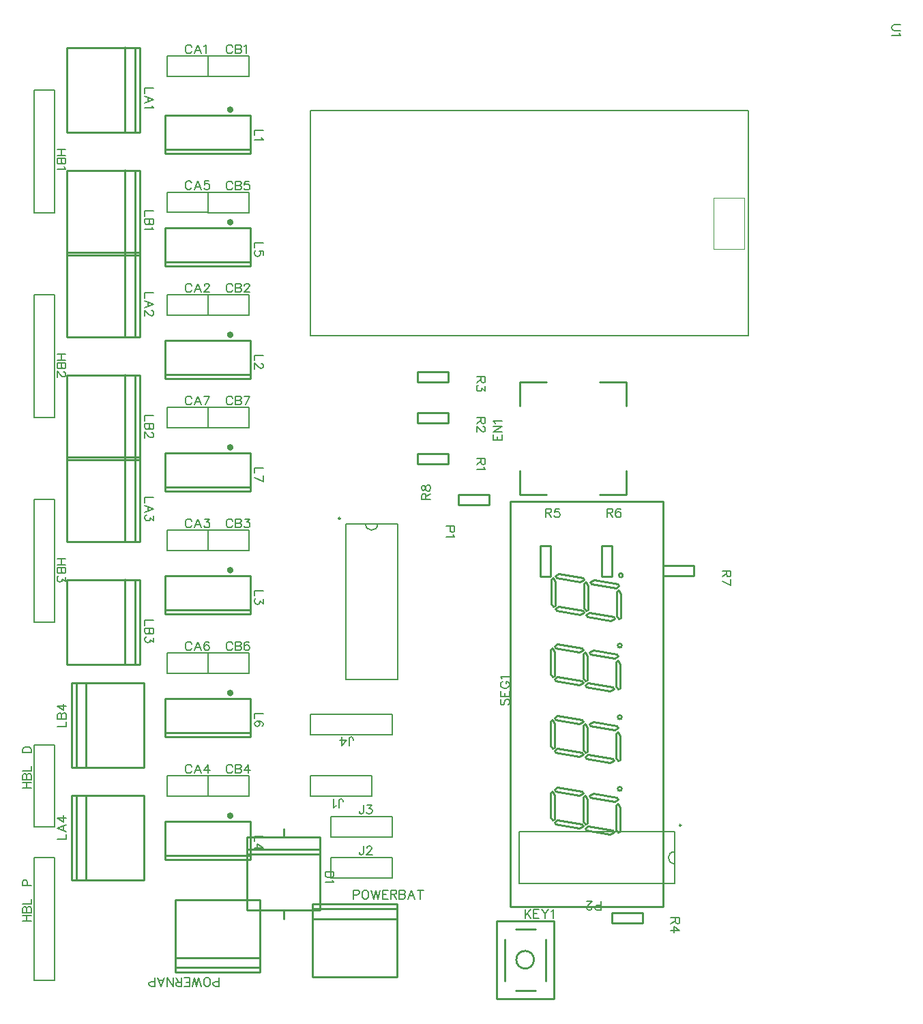
<source format=gto>
G04 Layer: TopSilkscreenLayer*
G04 EasyEDA v6.5.22, 2022-11-10 15:31:46*
G04 b7be4e29126e4417a89479274d17f270,4d866ca34c7e4626bfa8f39187415ab3,10*
G04 Gerber Generator version 0.2*
G04 Scale: 100 percent, Rotated: No, Reflected: No *
G04 Dimensions in millimeters *
G04 leading zeros omitted , absolute positions ,4 integer and 5 decimal *
%FSLAX45Y45*%
%MOMM*%

%ADD10C,0.1524*%
%ADD11C,0.2540*%
%ADD12C,0.1500*%
%ADD13C,0.2032*%
%ADD14C,0.2030*%
%ADD15C,0.1270*%
%ADD16C,0.1199*%
%ADD17C,0.4000*%
%ADD18C,0.0112*%

%LPD*%
D10*
X-1357899Y-5257754D02*
G01*
X-1466865Y-5257754D01*
X-1357899Y-5257754D02*
G01*
X-1357899Y-5294076D01*
X-1362979Y-5309824D01*
X-1373393Y-5319984D01*
X-1383807Y-5325318D01*
X-1399301Y-5330398D01*
X-1425463Y-5330398D01*
X-1440957Y-5325318D01*
X-1451371Y-5319984D01*
X-1461785Y-5309824D01*
X-1466865Y-5294076D01*
X-1466865Y-5257754D01*
X-1378727Y-5364688D02*
G01*
X-1373393Y-5375102D01*
X-1357899Y-5390850D01*
X-1466865Y-5390850D01*
X1955708Y-5732277D02*
G01*
X1955708Y-5623311D01*
X1955708Y-5732277D02*
G01*
X1908972Y-5732277D01*
X1893478Y-5727197D01*
X1888144Y-5721863D01*
X1883064Y-5711449D01*
X1883064Y-5695955D01*
X1888144Y-5685541D01*
X1893478Y-5680461D01*
X1908972Y-5675127D01*
X1955708Y-5675127D01*
X1843440Y-5706369D02*
G01*
X1843440Y-5711449D01*
X1838360Y-5721863D01*
X1833026Y-5727197D01*
X1822866Y-5732277D01*
X1802038Y-5732277D01*
X1791624Y-5727197D01*
X1786290Y-5721863D01*
X1781210Y-5711449D01*
X1781210Y-5701035D01*
X1786290Y-5690621D01*
X1796704Y-5675127D01*
X1848774Y-5623311D01*
X1775876Y-5623311D01*
X621276Y98041D02*
G01*
X730242Y98041D01*
X621276Y98041D02*
G01*
X621276Y165605D01*
X673092Y98041D02*
G01*
X673092Y139697D01*
X730242Y98041D02*
G01*
X730242Y165605D01*
X621276Y199895D02*
G01*
X730242Y199895D01*
X621276Y199895D02*
G01*
X730242Y272539D01*
X621276Y272539D02*
G01*
X730242Y272539D01*
X642104Y306829D02*
G01*
X636770Y317243D01*
X621276Y332991D01*
X730242Y332991D01*
X-267721Y-638558D02*
G01*
X-158755Y-638558D01*
X-267721Y-638558D02*
G01*
X-267721Y-591822D01*
X-262641Y-576328D01*
X-257307Y-570994D01*
X-246893Y-565914D01*
X-236479Y-565914D01*
X-226065Y-570994D01*
X-220985Y-576328D01*
X-215905Y-591822D01*
X-215905Y-638558D01*
X-215905Y-602236D02*
G01*
X-158755Y-565914D01*
X-267721Y-505462D02*
G01*
X-262641Y-521210D01*
X-252227Y-526290D01*
X-241813Y-526290D01*
X-231399Y-521210D01*
X-226065Y-510796D01*
X-220985Y-489968D01*
X-215905Y-474474D01*
X-205491Y-464060D01*
X-195077Y-458726D01*
X-179329Y-458726D01*
X-168915Y-464060D01*
X-163835Y-469140D01*
X-158755Y-484888D01*
X-158755Y-505462D01*
X-163835Y-521210D01*
X-168915Y-526290D01*
X-179329Y-531624D01*
X-195077Y-531624D01*
X-205491Y-526290D01*
X-215905Y-515876D01*
X-220985Y-500382D01*
X-226065Y-479554D01*
X-231399Y-469140D01*
X-241813Y-464060D01*
X-252227Y-464060D01*
X-262641Y-469140D01*
X-267721Y-484888D01*
X-267721Y-505462D01*
X-3122414Y4978897D02*
G01*
X-3127748Y4989311D01*
X-3138162Y4999725D01*
X-3148322Y5004805D01*
X-3169150Y5004805D01*
X-3179564Y4999725D01*
X-3189978Y4989311D01*
X-3195312Y4978897D01*
X-3200392Y4963149D01*
X-3200392Y4937241D01*
X-3195312Y4921747D01*
X-3189978Y4911333D01*
X-3179564Y4900919D01*
X-3169150Y4895839D01*
X-3148322Y4895839D01*
X-3138162Y4900919D01*
X-3127748Y4911333D01*
X-3122414Y4921747D01*
X-3046722Y5004805D02*
G01*
X-3088124Y4895839D01*
X-3046722Y5004805D02*
G01*
X-3005066Y4895839D01*
X-3072630Y4932161D02*
G01*
X-3020560Y4932161D01*
X-2970776Y4983977D02*
G01*
X-2960362Y4989311D01*
X-2944868Y5004805D01*
X-2944868Y4895839D01*
X-3122421Y2016244D02*
G01*
X-3127755Y2026658D01*
X-3138170Y2037072D01*
X-3148329Y2042152D01*
X-3169157Y2042152D01*
X-3179571Y2037072D01*
X-3189986Y2026658D01*
X-3195320Y2016244D01*
X-3200400Y2000496D01*
X-3200400Y1974588D01*
X-3195320Y1959094D01*
X-3189986Y1948680D01*
X-3179571Y1938266D01*
X-3169157Y1933186D01*
X-3148329Y1933186D01*
X-3138170Y1938266D01*
X-3127755Y1948680D01*
X-3122421Y1959094D01*
X-3046729Y2042152D02*
G01*
X-3088131Y1933186D01*
X-3046729Y2042152D02*
G01*
X-3005073Y1933186D01*
X-3072637Y1969508D02*
G01*
X-3020568Y1969508D01*
X-2965450Y2016244D02*
G01*
X-2965450Y2021324D01*
X-2960370Y2031738D01*
X-2955289Y2037072D01*
X-2944876Y2042152D01*
X-2924047Y2042152D01*
X-2913634Y2037072D01*
X-2908300Y2031738D01*
X-2903220Y2021324D01*
X-2903220Y2010910D01*
X-2908300Y2000496D01*
X-2918713Y1985002D01*
X-2970784Y1933186D01*
X-2898139Y1933186D01*
X-3122421Y-904747D02*
G01*
X-3127755Y-894334D01*
X-3138170Y-883920D01*
X-3148329Y-878839D01*
X-3169157Y-878839D01*
X-3179571Y-883920D01*
X-3189986Y-894334D01*
X-3195320Y-904747D01*
X-3200400Y-920495D01*
X-3200400Y-946404D01*
X-3195320Y-961897D01*
X-3189986Y-972312D01*
X-3179571Y-982726D01*
X-3169157Y-987805D01*
X-3148329Y-987805D01*
X-3138170Y-982726D01*
X-3127755Y-972312D01*
X-3122421Y-961897D01*
X-3046729Y-878839D02*
G01*
X-3088131Y-987805D01*
X-3046729Y-878839D02*
G01*
X-3005073Y-987805D01*
X-3072637Y-951484D02*
G01*
X-3020568Y-951484D01*
X-2960370Y-878839D02*
G01*
X-2903220Y-878839D01*
X-2934462Y-920495D01*
X-2918713Y-920495D01*
X-2908300Y-925576D01*
X-2903220Y-930655D01*
X-2898139Y-946404D01*
X-2898139Y-956818D01*
X-2903220Y-972312D01*
X-2913634Y-982726D01*
X-2929128Y-987805D01*
X-2944876Y-987805D01*
X-2960370Y-982726D01*
X-2965450Y-977645D01*
X-2970784Y-967231D01*
X-3122421Y-3952742D02*
G01*
X-3127755Y-3942328D01*
X-3138170Y-3931914D01*
X-3148329Y-3926834D01*
X-3169157Y-3926834D01*
X-3179571Y-3931914D01*
X-3189986Y-3942328D01*
X-3195320Y-3952742D01*
X-3200400Y-3968490D01*
X-3200400Y-3994398D01*
X-3195320Y-4009892D01*
X-3189986Y-4020306D01*
X-3179571Y-4030720D01*
X-3169157Y-4035800D01*
X-3148329Y-4035800D01*
X-3138170Y-4030720D01*
X-3127755Y-4020306D01*
X-3122421Y-4009892D01*
X-3046729Y-3926834D02*
G01*
X-3088131Y-4035800D01*
X-3046729Y-3926834D02*
G01*
X-3005073Y-4035800D01*
X-3072637Y-3999478D02*
G01*
X-3020568Y-3999478D01*
X-2918713Y-3926834D02*
G01*
X-2970784Y-3999478D01*
X-2892805Y-3999478D01*
X-2918713Y-3926834D02*
G01*
X-2918713Y-4035800D01*
X-3122414Y3289802D02*
G01*
X-3127748Y3300216D01*
X-3138162Y3310630D01*
X-3148322Y3315710D01*
X-3169150Y3315710D01*
X-3179564Y3310630D01*
X-3189978Y3300216D01*
X-3195312Y3289802D01*
X-3200392Y3274054D01*
X-3200392Y3248146D01*
X-3195312Y3232652D01*
X-3189978Y3222238D01*
X-3179564Y3211824D01*
X-3169150Y3206744D01*
X-3148322Y3206744D01*
X-3138162Y3211824D01*
X-3127748Y3222238D01*
X-3122414Y3232652D01*
X-3046722Y3315710D02*
G01*
X-3088124Y3206744D01*
X-3046722Y3315710D02*
G01*
X-3005066Y3206744D01*
X-3072630Y3243066D02*
G01*
X-3020560Y3243066D01*
X-2908292Y3315710D02*
G01*
X-2960362Y3315710D01*
X-2965442Y3268974D01*
X-2960362Y3274054D01*
X-2944868Y3279388D01*
X-2929120Y3279388D01*
X-2913626Y3274054D01*
X-2903212Y3263894D01*
X-2898132Y3248146D01*
X-2898132Y3237732D01*
X-2903212Y3222238D01*
X-2913626Y3211824D01*
X-2929120Y3206744D01*
X-2944868Y3206744D01*
X-2960362Y3211824D01*
X-2965442Y3216904D01*
X-2970776Y3227318D01*
X-3122421Y-2428745D02*
G01*
X-3127755Y-2418331D01*
X-3138170Y-2407917D01*
X-3148329Y-2402837D01*
X-3169157Y-2402837D01*
X-3179571Y-2407917D01*
X-3189986Y-2418331D01*
X-3195320Y-2428745D01*
X-3200400Y-2444493D01*
X-3200400Y-2470401D01*
X-3195320Y-2485895D01*
X-3189986Y-2496309D01*
X-3179571Y-2506723D01*
X-3169157Y-2511803D01*
X-3148329Y-2511803D01*
X-3138170Y-2506723D01*
X-3127755Y-2496309D01*
X-3122421Y-2485895D01*
X-3046729Y-2402837D02*
G01*
X-3088131Y-2511803D01*
X-3046729Y-2402837D02*
G01*
X-3005073Y-2511803D01*
X-3072637Y-2475481D02*
G01*
X-3020568Y-2475481D01*
X-2908300Y-2418331D02*
G01*
X-2913634Y-2407917D01*
X-2929128Y-2402837D01*
X-2939542Y-2402837D01*
X-2955289Y-2407917D01*
X-2965450Y-2423665D01*
X-2970784Y-2449573D01*
X-2970784Y-2475481D01*
X-2965450Y-2496309D01*
X-2955289Y-2506723D01*
X-2939542Y-2511803D01*
X-2934462Y-2511803D01*
X-2918713Y-2506723D01*
X-2908300Y-2496309D01*
X-2903220Y-2480815D01*
X-2903220Y-2475481D01*
X-2908300Y-2459987D01*
X-2918713Y-2449573D01*
X-2934462Y-2444493D01*
X-2939542Y-2444493D01*
X-2955289Y-2449573D01*
X-2965450Y-2459987D01*
X-2970784Y-2475481D01*
X-3122416Y619254D02*
G01*
X-3127750Y629668D01*
X-3138164Y640082D01*
X-3148324Y645162D01*
X-3169152Y645162D01*
X-3179566Y640082D01*
X-3189980Y629668D01*
X-3195314Y619254D01*
X-3200394Y603506D01*
X-3200394Y577598D01*
X-3195314Y562104D01*
X-3189980Y551690D01*
X-3179566Y541276D01*
X-3169152Y536196D01*
X-3148324Y536196D01*
X-3138164Y541276D01*
X-3127750Y551690D01*
X-3122416Y562104D01*
X-3046724Y645162D02*
G01*
X-3088126Y536196D01*
X-3046724Y645162D02*
G01*
X-3005068Y536196D01*
X-3072632Y572518D02*
G01*
X-3020562Y572518D01*
X-2898134Y645162D02*
G01*
X-2949950Y536196D01*
X-2970778Y645162D02*
G01*
X-2898134Y645162D01*
X-2614416Y4978897D02*
G01*
X-2619750Y4989311D01*
X-2630164Y4999725D01*
X-2640324Y5004805D01*
X-2661152Y5004805D01*
X-2671566Y4999725D01*
X-2681980Y4989311D01*
X-2687314Y4978897D01*
X-2692394Y4963149D01*
X-2692394Y4937241D01*
X-2687314Y4921747D01*
X-2681980Y4911333D01*
X-2671566Y4900919D01*
X-2661152Y4895839D01*
X-2640324Y4895839D01*
X-2630164Y4900919D01*
X-2619750Y4911333D01*
X-2614416Y4921747D01*
X-2580126Y5004805D02*
G01*
X-2580126Y4895839D01*
X-2580126Y5004805D02*
G01*
X-2533390Y5004805D01*
X-2517896Y4999725D01*
X-2512562Y4994391D01*
X-2507482Y4983977D01*
X-2507482Y4973563D01*
X-2512562Y4963149D01*
X-2517896Y4958069D01*
X-2533390Y4952989D01*
X-2580126Y4952989D02*
G01*
X-2533390Y4952989D01*
X-2517896Y4947655D01*
X-2512562Y4942575D01*
X-2507482Y4932161D01*
X-2507482Y4916413D01*
X-2512562Y4905999D01*
X-2517896Y4900919D01*
X-2533390Y4895839D01*
X-2580126Y4895839D01*
X-2473192Y4983977D02*
G01*
X-2462778Y4989311D01*
X-2447284Y5004805D01*
X-2447284Y4895839D01*
X-2614421Y2016244D02*
G01*
X-2619755Y2026658D01*
X-2630170Y2037072D01*
X-2640329Y2042152D01*
X-2661157Y2042152D01*
X-2671571Y2037072D01*
X-2681986Y2026658D01*
X-2687320Y2016244D01*
X-2692400Y2000496D01*
X-2692400Y1974588D01*
X-2687320Y1959094D01*
X-2681986Y1948680D01*
X-2671571Y1938266D01*
X-2661157Y1933186D01*
X-2640329Y1933186D01*
X-2630170Y1938266D01*
X-2619755Y1948680D01*
X-2614421Y1959094D01*
X-2580131Y2042152D02*
G01*
X-2580131Y1933186D01*
X-2580131Y2042152D02*
G01*
X-2533395Y2042152D01*
X-2517902Y2037072D01*
X-2512568Y2031738D01*
X-2507487Y2021324D01*
X-2507487Y2010910D01*
X-2512568Y2000496D01*
X-2517902Y1995416D01*
X-2533395Y1990336D01*
X-2580131Y1990336D02*
G01*
X-2533395Y1990336D01*
X-2517902Y1985002D01*
X-2512568Y1979922D01*
X-2507487Y1969508D01*
X-2507487Y1953760D01*
X-2512568Y1943346D01*
X-2517902Y1938266D01*
X-2533395Y1933186D01*
X-2580131Y1933186D01*
X-2467863Y2016244D02*
G01*
X-2467863Y2021324D01*
X-2462784Y2031738D01*
X-2457450Y2037072D01*
X-2447289Y2042152D01*
X-2426462Y2042152D01*
X-2416047Y2037072D01*
X-2410713Y2031738D01*
X-2405634Y2021324D01*
X-2405634Y2010910D01*
X-2410713Y2000496D01*
X-2421128Y1985002D01*
X-2473197Y1933186D01*
X-2400300Y1933186D01*
X-2614421Y-904747D02*
G01*
X-2619755Y-894334D01*
X-2630170Y-883920D01*
X-2640329Y-878839D01*
X-2661157Y-878839D01*
X-2671571Y-883920D01*
X-2681986Y-894334D01*
X-2687320Y-904747D01*
X-2692400Y-920495D01*
X-2692400Y-946404D01*
X-2687320Y-961897D01*
X-2681986Y-972312D01*
X-2671571Y-982726D01*
X-2661157Y-987805D01*
X-2640329Y-987805D01*
X-2630170Y-982726D01*
X-2619755Y-972312D01*
X-2614421Y-961897D01*
X-2580131Y-878839D02*
G01*
X-2580131Y-987805D01*
X-2580131Y-878839D02*
G01*
X-2533395Y-878839D01*
X-2517902Y-883920D01*
X-2512568Y-889254D01*
X-2507487Y-899668D01*
X-2507487Y-910081D01*
X-2512568Y-920495D01*
X-2517902Y-925576D01*
X-2533395Y-930655D01*
X-2580131Y-930655D02*
G01*
X-2533395Y-930655D01*
X-2517902Y-935989D01*
X-2512568Y-941070D01*
X-2507487Y-951484D01*
X-2507487Y-967231D01*
X-2512568Y-977645D01*
X-2517902Y-982726D01*
X-2533395Y-987805D01*
X-2580131Y-987805D01*
X-2462784Y-878839D02*
G01*
X-2405634Y-878839D01*
X-2436876Y-920495D01*
X-2421128Y-920495D01*
X-2410713Y-925576D01*
X-2405634Y-930655D01*
X-2400300Y-946404D01*
X-2400300Y-956818D01*
X-2405634Y-972312D01*
X-2416047Y-982726D01*
X-2431542Y-987805D01*
X-2447289Y-987805D01*
X-2462784Y-982726D01*
X-2467863Y-977645D01*
X-2473197Y-967231D01*
X-2614421Y-3952742D02*
G01*
X-2619755Y-3942328D01*
X-2630170Y-3931914D01*
X-2640329Y-3926834D01*
X-2661157Y-3926834D01*
X-2671571Y-3931914D01*
X-2681986Y-3942328D01*
X-2687320Y-3952742D01*
X-2692400Y-3968490D01*
X-2692400Y-3994398D01*
X-2687320Y-4009892D01*
X-2681986Y-4020306D01*
X-2671571Y-4030720D01*
X-2661157Y-4035800D01*
X-2640329Y-4035800D01*
X-2630170Y-4030720D01*
X-2619755Y-4020306D01*
X-2614421Y-4009892D01*
X-2580131Y-3926834D02*
G01*
X-2580131Y-4035800D01*
X-2580131Y-3926834D02*
G01*
X-2533395Y-3926834D01*
X-2517902Y-3931914D01*
X-2512568Y-3937248D01*
X-2507487Y-3947662D01*
X-2507487Y-3958076D01*
X-2512568Y-3968490D01*
X-2517902Y-3973570D01*
X-2533395Y-3978650D01*
X-2580131Y-3978650D02*
G01*
X-2533395Y-3978650D01*
X-2517902Y-3983984D01*
X-2512568Y-3989064D01*
X-2507487Y-3999478D01*
X-2507487Y-4015226D01*
X-2512568Y-4025640D01*
X-2517902Y-4030720D01*
X-2533395Y-4035800D01*
X-2580131Y-4035800D01*
X-2421128Y-3926834D02*
G01*
X-2473197Y-3999478D01*
X-2395220Y-3999478D01*
X-2421128Y-3926834D02*
G01*
X-2421128Y-4035800D01*
X-2614421Y3286241D02*
G01*
X-2619755Y3296655D01*
X-2630170Y3307069D01*
X-2640329Y3312149D01*
X-2661157Y3312149D01*
X-2671571Y3307069D01*
X-2681986Y3296655D01*
X-2687320Y3286241D01*
X-2692400Y3270493D01*
X-2692400Y3244585D01*
X-2687320Y3229091D01*
X-2681986Y3218677D01*
X-2671571Y3208263D01*
X-2661157Y3203183D01*
X-2640329Y3203183D01*
X-2630170Y3208263D01*
X-2619755Y3218677D01*
X-2614421Y3229091D01*
X-2580131Y3312149D02*
G01*
X-2580131Y3203183D01*
X-2580131Y3312149D02*
G01*
X-2533395Y3312149D01*
X-2517902Y3307069D01*
X-2512568Y3301735D01*
X-2507487Y3291321D01*
X-2507487Y3280907D01*
X-2512568Y3270493D01*
X-2517902Y3265413D01*
X-2533395Y3260333D01*
X-2580131Y3260333D02*
G01*
X-2533395Y3260333D01*
X-2517902Y3254999D01*
X-2512568Y3249919D01*
X-2507487Y3239505D01*
X-2507487Y3223757D01*
X-2512568Y3213343D01*
X-2517902Y3208263D01*
X-2533395Y3203183D01*
X-2580131Y3203183D01*
X-2410713Y3312149D02*
G01*
X-2462784Y3312149D01*
X-2467863Y3265413D01*
X-2462784Y3270493D01*
X-2447289Y3275827D01*
X-2431542Y3275827D01*
X-2416047Y3270493D01*
X-2405634Y3260333D01*
X-2400300Y3244585D01*
X-2400300Y3234171D01*
X-2405634Y3218677D01*
X-2416047Y3208263D01*
X-2431542Y3203183D01*
X-2447289Y3203183D01*
X-2462784Y3208263D01*
X-2467863Y3213343D01*
X-2473197Y3223757D01*
X-2614421Y-2428745D02*
G01*
X-2619755Y-2418331D01*
X-2630170Y-2407917D01*
X-2640329Y-2402837D01*
X-2661157Y-2402837D01*
X-2671571Y-2407917D01*
X-2681986Y-2418331D01*
X-2687320Y-2428745D01*
X-2692400Y-2444493D01*
X-2692400Y-2470401D01*
X-2687320Y-2485895D01*
X-2681986Y-2496309D01*
X-2671571Y-2506723D01*
X-2661157Y-2511803D01*
X-2640329Y-2511803D01*
X-2630170Y-2506723D01*
X-2619755Y-2496309D01*
X-2614421Y-2485895D01*
X-2580131Y-2402837D02*
G01*
X-2580131Y-2511803D01*
X-2580131Y-2402837D02*
G01*
X-2533395Y-2402837D01*
X-2517902Y-2407917D01*
X-2512568Y-2413251D01*
X-2507487Y-2423665D01*
X-2507487Y-2434079D01*
X-2512568Y-2444493D01*
X-2517902Y-2449573D01*
X-2533395Y-2454653D01*
X-2580131Y-2454653D02*
G01*
X-2533395Y-2454653D01*
X-2517902Y-2459987D01*
X-2512568Y-2465067D01*
X-2507487Y-2475481D01*
X-2507487Y-2491229D01*
X-2512568Y-2501643D01*
X-2517902Y-2506723D01*
X-2533395Y-2511803D01*
X-2580131Y-2511803D01*
X-2410713Y-2418331D02*
G01*
X-2416047Y-2407917D01*
X-2431542Y-2402837D01*
X-2441955Y-2402837D01*
X-2457450Y-2407917D01*
X-2467863Y-2423665D01*
X-2473197Y-2449573D01*
X-2473197Y-2475481D01*
X-2467863Y-2496309D01*
X-2457450Y-2506723D01*
X-2441955Y-2511803D01*
X-2436876Y-2511803D01*
X-2421128Y-2506723D01*
X-2410713Y-2496309D01*
X-2405634Y-2480815D01*
X-2405634Y-2475481D01*
X-2410713Y-2459987D01*
X-2421128Y-2449573D01*
X-2436876Y-2444493D01*
X-2441955Y-2444493D01*
X-2457450Y-2449573D01*
X-2467863Y-2459987D01*
X-2473197Y-2475481D01*
X-2614416Y619254D02*
G01*
X-2619750Y629668D01*
X-2630164Y640082D01*
X-2640324Y645162D01*
X-2661152Y645162D01*
X-2671566Y640082D01*
X-2681980Y629668D01*
X-2687314Y619254D01*
X-2692394Y603506D01*
X-2692394Y577598D01*
X-2687314Y562104D01*
X-2681980Y551690D01*
X-2671566Y541276D01*
X-2661152Y536196D01*
X-2640324Y536196D01*
X-2630164Y541276D01*
X-2619750Y551690D01*
X-2614416Y562104D01*
X-2580126Y645162D02*
G01*
X-2580126Y536196D01*
X-2580126Y645162D02*
G01*
X-2533390Y645162D01*
X-2517896Y640082D01*
X-2512562Y634748D01*
X-2507482Y624334D01*
X-2507482Y613920D01*
X-2512562Y603506D01*
X-2517896Y598426D01*
X-2533390Y593346D01*
X-2580126Y593346D02*
G01*
X-2533390Y593346D01*
X-2517896Y588012D01*
X-2512562Y582932D01*
X-2507482Y572518D01*
X-2507482Y556770D01*
X-2512562Y546356D01*
X-2517896Y541276D01*
X-2533390Y536196D01*
X-2580126Y536196D01*
X-2400294Y645162D02*
G01*
X-2452364Y536196D01*
X-2473192Y645162D02*
G01*
X-2400294Y645162D01*
X-4685278Y3704841D02*
G01*
X-4794244Y3704841D01*
X-4685278Y3632197D02*
G01*
X-4794244Y3632197D01*
X-4737094Y3704841D02*
G01*
X-4737094Y3632197D01*
X-4685278Y3597907D02*
G01*
X-4794244Y3597907D01*
X-4685278Y3597907D02*
G01*
X-4685278Y3551171D01*
X-4690358Y3535423D01*
X-4695692Y3530343D01*
X-4706106Y3525009D01*
X-4716520Y3525009D01*
X-4726934Y3530343D01*
X-4732014Y3535423D01*
X-4737094Y3551171D01*
X-4737094Y3597907D02*
G01*
X-4737094Y3551171D01*
X-4742428Y3535423D01*
X-4747508Y3530343D01*
X-4757922Y3525009D01*
X-4773670Y3525009D01*
X-4784084Y3530343D01*
X-4789164Y3535423D01*
X-4794244Y3551171D01*
X-4794244Y3597907D01*
X-4706106Y3490719D02*
G01*
X-4700772Y3480305D01*
X-4685278Y3464811D01*
X-4794244Y3464811D01*
X-4685278Y1164841D02*
G01*
X-4794244Y1164841D01*
X-4685278Y1092197D02*
G01*
X-4794244Y1092197D01*
X-4737094Y1164841D02*
G01*
X-4737094Y1092197D01*
X-4685278Y1057907D02*
G01*
X-4794244Y1057907D01*
X-4685278Y1057907D02*
G01*
X-4685278Y1011171D01*
X-4690358Y995423D01*
X-4695692Y990343D01*
X-4706106Y985009D01*
X-4716520Y985009D01*
X-4726934Y990343D01*
X-4732014Y995423D01*
X-4737094Y1011171D01*
X-4737094Y1057907D02*
G01*
X-4737094Y1011171D01*
X-4742428Y995423D01*
X-4747508Y990343D01*
X-4757922Y985009D01*
X-4773670Y985009D01*
X-4784084Y990343D01*
X-4789164Y995423D01*
X-4794244Y1011171D01*
X-4794244Y1057907D01*
X-4711186Y945639D02*
G01*
X-4706106Y945639D01*
X-4695692Y940305D01*
X-4690358Y935225D01*
X-4685278Y924811D01*
X-4685278Y903983D01*
X-4690358Y893569D01*
X-4695692Y888489D01*
X-4706106Y883155D01*
X-4716520Y883155D01*
X-4726934Y888489D01*
X-4742428Y898903D01*
X-4794244Y950719D01*
X-4794244Y878075D01*
X-4685278Y-1375155D02*
G01*
X-4794244Y-1375155D01*
X-4685278Y-1447800D02*
G01*
X-4794244Y-1447800D01*
X-4737094Y-1375155D02*
G01*
X-4737094Y-1447800D01*
X-4685278Y-1482089D02*
G01*
X-4794244Y-1482089D01*
X-4685278Y-1482089D02*
G01*
X-4685278Y-1528826D01*
X-4690358Y-1544573D01*
X-4695692Y-1549654D01*
X-4706106Y-1554987D01*
X-4716520Y-1554987D01*
X-4726934Y-1549654D01*
X-4732014Y-1544573D01*
X-4737094Y-1528826D01*
X-4737094Y-1482089D02*
G01*
X-4737094Y-1528826D01*
X-4742428Y-1544573D01*
X-4747508Y-1549654D01*
X-4757922Y-1554987D01*
X-4773670Y-1554987D01*
X-4784084Y-1549654D01*
X-4789164Y-1544573D01*
X-4794244Y-1528826D01*
X-4794244Y-1482089D01*
X-4685278Y-1599692D02*
G01*
X-4685278Y-1656842D01*
X-4726934Y-1625600D01*
X-4726934Y-1641094D01*
X-4732014Y-1651507D01*
X-4737094Y-1656842D01*
X-4752842Y-1661921D01*
X-4763256Y-1661921D01*
X-4778750Y-1656842D01*
X-4789164Y-1646428D01*
X-4794244Y-1630679D01*
X-4794244Y-1615186D01*
X-4789164Y-1599692D01*
X-4784084Y-1594357D01*
X-4773670Y-1589278D01*
X-5220710Y-5870948D02*
G01*
X-5111744Y-5870948D01*
X-5220710Y-5798304D02*
G01*
X-5111744Y-5798304D01*
X-5168894Y-5870948D02*
G01*
X-5168894Y-5798304D01*
X-5220710Y-5764014D02*
G01*
X-5111744Y-5764014D01*
X-5220710Y-5764014D02*
G01*
X-5220710Y-5717278D01*
X-5215630Y-5701530D01*
X-5210296Y-5696450D01*
X-5199882Y-5691116D01*
X-5189468Y-5691116D01*
X-5179054Y-5696450D01*
X-5173974Y-5701530D01*
X-5168894Y-5717278D01*
X-5168894Y-5764014D02*
G01*
X-5168894Y-5717278D01*
X-5163560Y-5701530D01*
X-5158480Y-5696450D01*
X-5148066Y-5691116D01*
X-5132318Y-5691116D01*
X-5121904Y-5696450D01*
X-5116824Y-5701530D01*
X-5111744Y-5717278D01*
X-5111744Y-5764014D01*
X-5220710Y-5656826D02*
G01*
X-5111744Y-5656826D01*
X-5111744Y-5656826D02*
G01*
X-5111744Y-5594596D01*
X-5075168Y-5560306D02*
G01*
X-5075168Y-5466834D01*
X-5220710Y-5432544D02*
G01*
X-5111744Y-5432544D01*
X-5220710Y-5432544D02*
G01*
X-5220710Y-5385808D01*
X-5215630Y-5370060D01*
X-5210296Y-5364980D01*
X-5199882Y-5359646D01*
X-5184388Y-5359646D01*
X-5173974Y-5364980D01*
X-5168894Y-5370060D01*
X-5163560Y-5385808D01*
X-5163560Y-5432544D01*
X-5220710Y-4219950D02*
G01*
X-5111744Y-4219950D01*
X-5220710Y-4147306D02*
G01*
X-5111744Y-4147306D01*
X-5168894Y-4219950D02*
G01*
X-5168894Y-4147306D01*
X-5220710Y-4113016D02*
G01*
X-5111744Y-4113016D01*
X-5220710Y-4113016D02*
G01*
X-5220710Y-4066280D01*
X-5215630Y-4050532D01*
X-5210296Y-4045452D01*
X-5199882Y-4040118D01*
X-5189468Y-4040118D01*
X-5179054Y-4045452D01*
X-5173974Y-4050532D01*
X-5168894Y-4066280D01*
X-5168894Y-4113016D02*
G01*
X-5168894Y-4066280D01*
X-5163560Y-4050532D01*
X-5158480Y-4045452D01*
X-5148066Y-4040118D01*
X-5132318Y-4040118D01*
X-5121904Y-4045452D01*
X-5116824Y-4050532D01*
X-5111744Y-4066280D01*
X-5111744Y-4113016D01*
X-5220710Y-4005828D02*
G01*
X-5111744Y-4005828D01*
X-5111744Y-4005828D02*
G01*
X-5111744Y-3943598D01*
X-5075168Y-3909308D02*
G01*
X-5075168Y-3815836D01*
X-5220710Y-3781546D02*
G01*
X-5111744Y-3781546D01*
X-5220710Y-3781546D02*
G01*
X-5220710Y-3744970D01*
X-5215630Y-3729476D01*
X-5205216Y-3719062D01*
X-5194802Y-3713982D01*
X-5179054Y-3708648D01*
X-5153146Y-3708648D01*
X-5137652Y-3713982D01*
X-5127238Y-3719062D01*
X-5116824Y-3729476D01*
X-5111744Y-3744970D01*
X-5111744Y-3781546D01*
X-1169667Y-3696708D02*
G01*
X-1169667Y-3613650D01*
X-1164333Y-3597902D01*
X-1159253Y-3592822D01*
X-1148839Y-3587742D01*
X-1138425Y-3587742D01*
X-1128011Y-3592822D01*
X-1122677Y-3597902D01*
X-1117597Y-3613650D01*
X-1117597Y-3624064D01*
X-1255773Y-3696708D02*
G01*
X-1203957Y-3624064D01*
X-1281681Y-3624064D01*
X-1255773Y-3696708D02*
G01*
X-1255773Y-3587742D01*
X-1296680Y-4462259D02*
G01*
X-1296680Y-4379201D01*
X-1291346Y-4363453D01*
X-1286266Y-4358373D01*
X-1275852Y-4353293D01*
X-1265438Y-4353293D01*
X-1255024Y-4358373D01*
X-1249690Y-4363453D01*
X-1244610Y-4379201D01*
X-1244610Y-4389615D01*
X-1330970Y-4441431D02*
G01*
X-1341130Y-4446765D01*
X-1356878Y-4462259D01*
X-1356878Y-4353293D01*
X-989327Y-4939273D02*
G01*
X-989327Y-5022331D01*
X-994661Y-5038079D01*
X-999741Y-5043159D01*
X-1010155Y-5048239D01*
X-1020569Y-5048239D01*
X-1030983Y-5043159D01*
X-1036317Y-5038079D01*
X-1041397Y-5022331D01*
X-1041397Y-5011917D01*
X-949957Y-4965181D02*
G01*
X-949957Y-4960101D01*
X-944877Y-4949687D01*
X-939543Y-4944353D01*
X-929129Y-4939273D01*
X-908301Y-4939273D01*
X-897887Y-4944353D01*
X-892807Y-4949687D01*
X-887727Y-4960101D01*
X-887727Y-4970515D01*
X-892807Y-4980929D01*
X-903221Y-4996423D01*
X-955037Y-5048239D01*
X-882393Y-5048239D01*
X-989327Y-4431273D02*
G01*
X-989327Y-4514331D01*
X-994661Y-4530079D01*
X-999741Y-4535159D01*
X-1010155Y-4540239D01*
X-1020569Y-4540239D01*
X-1030983Y-4535159D01*
X-1036317Y-4530079D01*
X-1041397Y-4514331D01*
X-1041397Y-4503917D01*
X-944877Y-4431273D02*
G01*
X-887727Y-4431273D01*
X-918715Y-4472929D01*
X-903221Y-4472929D01*
X-892807Y-4478009D01*
X-887727Y-4483089D01*
X-882393Y-4498837D01*
X-882393Y-4509251D01*
X-887727Y-4524745D01*
X-897887Y-4535159D01*
X-913635Y-4540239D01*
X-929129Y-4540239D01*
X-944877Y-4535159D01*
X-949957Y-4530079D01*
X-955037Y-4519665D01*
X1015997Y-5726671D02*
G01*
X1015997Y-5835637D01*
X1088641Y-5726671D02*
G01*
X1015997Y-5799315D01*
X1041905Y-5773407D02*
G01*
X1088641Y-5835637D01*
X1122931Y-5726671D02*
G01*
X1122931Y-5835637D01*
X1122931Y-5726671D02*
G01*
X1190495Y-5726671D01*
X1122931Y-5778487D02*
G01*
X1164587Y-5778487D01*
X1122931Y-5835637D02*
G01*
X1190495Y-5835637D01*
X1224785Y-5726671D02*
G01*
X1266441Y-5778487D01*
X1266441Y-5835637D01*
X1308097Y-5726671D02*
G01*
X1266441Y-5778487D01*
X1342387Y-5747499D02*
G01*
X1352547Y-5742165D01*
X1368295Y-5726671D01*
X1368295Y-5835637D01*
X-2234184Y3946133D02*
G01*
X-2343150Y3946133D01*
X-2343150Y3946133D02*
G01*
X-2343150Y3883903D01*
X-2255012Y3849613D02*
G01*
X-2249678Y3839199D01*
X-2234184Y3823451D01*
X-2343150Y3823451D01*
X-2234184Y1152138D02*
G01*
X-2343150Y1152138D01*
X-2343150Y1152138D02*
G01*
X-2343150Y1089908D01*
X-2260092Y1050284D02*
G01*
X-2255012Y1050284D01*
X-2244597Y1045204D01*
X-2239263Y1039870D01*
X-2234184Y1029456D01*
X-2234184Y1008628D01*
X-2239263Y998468D01*
X-2244597Y993134D01*
X-2255012Y988054D01*
X-2265426Y988054D01*
X-2275839Y993134D01*
X-2291334Y1003548D01*
X-2343150Y1055618D01*
X-2343150Y982720D01*
X-2234184Y-1768855D02*
G01*
X-2343150Y-1768855D01*
X-2343150Y-1768855D02*
G01*
X-2343150Y-1831086D01*
X-2234184Y-1875789D02*
G01*
X-2234184Y-1932939D01*
X-2275839Y-1901952D01*
X-2275839Y-1917445D01*
X-2280920Y-1927860D01*
X-2286000Y-1932939D01*
X-2301747Y-1938273D01*
X-2312162Y-1938273D01*
X-2327655Y-1932939D01*
X-2338070Y-1922526D01*
X-2343150Y-1907031D01*
X-2343150Y-1891537D01*
X-2338070Y-1875789D01*
X-2332989Y-1870710D01*
X-2322576Y-1865376D01*
X-2234184Y-4816848D02*
G01*
X-2343150Y-4816848D01*
X-2343150Y-4816848D02*
G01*
X-2343150Y-4879078D01*
X-2234184Y-4965438D02*
G01*
X-2306828Y-4913368D01*
X-2306828Y-4991346D01*
X-2234184Y-4965438D02*
G01*
X-2343150Y-4965438D01*
X-2234184Y2549136D02*
G01*
X-2343150Y2549136D01*
X-2343150Y2549136D02*
G01*
X-2343150Y2486906D01*
X-2234184Y2390132D02*
G01*
X-2234184Y2442202D01*
X-2280920Y2447282D01*
X-2275839Y2442202D01*
X-2270505Y2426454D01*
X-2270505Y2410960D01*
X-2275839Y2395466D01*
X-2286000Y2385052D01*
X-2301747Y2379718D01*
X-2312162Y2379718D01*
X-2327655Y2385052D01*
X-2338070Y2395466D01*
X-2343150Y2410960D01*
X-2343150Y2426454D01*
X-2338070Y2442202D01*
X-2332989Y2447282D01*
X-2322576Y2452616D01*
X-2234184Y-3292853D02*
G01*
X-2343150Y-3292853D01*
X-2343150Y-3292853D02*
G01*
X-2343150Y-3355083D01*
X-2249678Y-3451857D02*
G01*
X-2239263Y-3446523D01*
X-2234184Y-3431029D01*
X-2234184Y-3420615D01*
X-2239263Y-3405121D01*
X-2255012Y-3394707D01*
X-2280920Y-3389373D01*
X-2306828Y-3389373D01*
X-2327655Y-3394707D01*
X-2338070Y-3405121D01*
X-2343150Y-3420615D01*
X-2343150Y-3425949D01*
X-2338070Y-3441443D01*
X-2327655Y-3451857D01*
X-2312162Y-3456937D01*
X-2306828Y-3456937D01*
X-2291334Y-3451857D01*
X-2280920Y-3441443D01*
X-2275839Y-3425949D01*
X-2275839Y-3420615D01*
X-2280920Y-3405121D01*
X-2291334Y-3394707D01*
X-2306828Y-3389373D01*
X-2234184Y-244858D02*
G01*
X-2343150Y-244858D01*
X-2343150Y-244858D02*
G01*
X-2343150Y-307088D01*
X-2234184Y-414276D02*
G01*
X-2343150Y-362206D01*
X-2234184Y-341378D02*
G01*
X-2234184Y-414276D01*
X1269992Y-751839D02*
G01*
X1269992Y-860805D01*
X1269992Y-751839D02*
G01*
X1316728Y-751839D01*
X1332222Y-756920D01*
X1337556Y-762254D01*
X1342636Y-772668D01*
X1342636Y-783081D01*
X1337556Y-793495D01*
X1332222Y-798576D01*
X1316728Y-803655D01*
X1269992Y-803655D01*
X1306314Y-803655D02*
G01*
X1342636Y-860805D01*
X1439410Y-751839D02*
G01*
X1387340Y-751839D01*
X1382260Y-798576D01*
X1387340Y-793495D01*
X1403088Y-788162D01*
X1418582Y-788162D01*
X1434076Y-793495D01*
X1444490Y-803655D01*
X1449824Y-819404D01*
X1449824Y-829818D01*
X1444490Y-845312D01*
X1434076Y-855726D01*
X1418582Y-860805D01*
X1403088Y-860805D01*
X1387340Y-855726D01*
X1382260Y-850645D01*
X1376926Y-840231D01*
X2031989Y-751839D02*
G01*
X2031989Y-860805D01*
X2031989Y-751839D02*
G01*
X2078725Y-751839D01*
X2094219Y-756920D01*
X2099553Y-762254D01*
X2104633Y-772668D01*
X2104633Y-783081D01*
X2099553Y-793495D01*
X2094219Y-798576D01*
X2078725Y-803655D01*
X2031989Y-803655D01*
X2068311Y-803655D02*
G01*
X2104633Y-860805D01*
X2201407Y-767334D02*
G01*
X2196073Y-756920D01*
X2180579Y-751839D01*
X2170165Y-751839D01*
X2154671Y-756920D01*
X2144257Y-772668D01*
X2138923Y-798576D01*
X2138923Y-824484D01*
X2144257Y-845312D01*
X2154671Y-855726D01*
X2170165Y-860805D01*
X2175499Y-860805D01*
X2190993Y-855726D01*
X2201407Y-845312D01*
X2206487Y-829818D01*
X2206487Y-824484D01*
X2201407Y-808989D01*
X2190993Y-798576D01*
X2175499Y-793495D01*
X2170165Y-793495D01*
X2154671Y-798576D01*
X2144257Y-808989D01*
X2138923Y-824484D01*
X3569710Y-1523997D02*
G01*
X3460744Y-1523997D01*
X3569710Y-1523997D02*
G01*
X3569710Y-1570733D01*
X3564630Y-1586227D01*
X3559296Y-1591561D01*
X3548882Y-1596641D01*
X3538468Y-1596641D01*
X3528054Y-1591561D01*
X3522974Y-1586227D01*
X3517894Y-1570733D01*
X3517894Y-1523997D01*
X3517894Y-1560319D02*
G01*
X3460744Y-1596641D01*
X3569710Y-1703829D02*
G01*
X3460744Y-1651759D01*
X3569710Y-1630931D02*
G01*
X3569710Y-1703829D01*
X725675Y-3115050D02*
G01*
X715261Y-3125464D01*
X710181Y-3140958D01*
X710181Y-3161786D01*
X715261Y-3177280D01*
X725675Y-3187694D01*
X736089Y-3187694D01*
X746503Y-3182614D01*
X751837Y-3177280D01*
X756917Y-3166866D01*
X767331Y-3135624D01*
X772411Y-3125464D01*
X777745Y-3120130D01*
X788159Y-3115050D01*
X803653Y-3115050D01*
X814067Y-3125464D01*
X819147Y-3140958D01*
X819147Y-3161786D01*
X814067Y-3177280D01*
X803653Y-3187694D01*
X710181Y-3080760D02*
G01*
X819147Y-3080760D01*
X710181Y-3080760D02*
G01*
X710181Y-3013196D01*
X761997Y-3080760D02*
G01*
X761997Y-3039104D01*
X819147Y-3080760D02*
G01*
X819147Y-3013196D01*
X736089Y-2900928D02*
G01*
X725675Y-2906008D01*
X715261Y-2916422D01*
X710181Y-2926836D01*
X710181Y-2947664D01*
X715261Y-2958078D01*
X725675Y-2968492D01*
X736089Y-2973572D01*
X751837Y-2978906D01*
X777745Y-2978906D01*
X793239Y-2973572D01*
X803653Y-2968492D01*
X814067Y-2958078D01*
X819147Y-2947664D01*
X819147Y-2926836D01*
X814067Y-2916422D01*
X803653Y-2906008D01*
X793239Y-2900928D01*
X777745Y-2900928D01*
X777745Y-2926836D02*
G01*
X777745Y-2900928D01*
X731009Y-2866638D02*
G01*
X725675Y-2856224D01*
X710181Y-2840730D01*
X819147Y-2840730D01*
X-3594605Y4465307D02*
G01*
X-3703571Y4465307D01*
X-3703571Y4465307D02*
G01*
X-3703571Y4402823D01*
X-3594605Y4327131D02*
G01*
X-3703571Y4368533D01*
X-3594605Y4327131D02*
G01*
X-3703571Y4285475D01*
X-3667249Y4353039D02*
G01*
X-3667249Y4300969D01*
X-3615433Y4251185D02*
G01*
X-3610099Y4240771D01*
X-3594605Y4225277D01*
X-3703571Y4225277D01*
X-3594605Y1925312D02*
G01*
X-3703571Y1925312D01*
X-3703571Y1925312D02*
G01*
X-3703571Y1862828D01*
X-3594605Y1787136D02*
G01*
X-3703571Y1828538D01*
X-3594605Y1787136D02*
G01*
X-3703571Y1745480D01*
X-3667249Y1813044D02*
G01*
X-3667249Y1760974D01*
X-3620513Y1706110D02*
G01*
X-3615433Y1706110D01*
X-3605019Y1700776D01*
X-3599685Y1695696D01*
X-3594605Y1685282D01*
X-3594605Y1664454D01*
X-3599685Y1654040D01*
X-3605019Y1648960D01*
X-3615433Y1643626D01*
X-3625847Y1643626D01*
X-3636261Y1648960D01*
X-3651755Y1659120D01*
X-3703571Y1711190D01*
X-3703571Y1638546D01*
X-3594605Y-614682D02*
G01*
X-3703571Y-614682D01*
X-3703571Y-614682D02*
G01*
X-3703571Y-677166D01*
X-3594605Y-752858D02*
G01*
X-3703571Y-711456D01*
X-3594605Y-752858D02*
G01*
X-3703571Y-794514D01*
X-3667249Y-726950D02*
G01*
X-3667249Y-779020D01*
X-3594605Y-839218D02*
G01*
X-3594605Y-896368D01*
X-3636261Y-865126D01*
X-3636261Y-880874D01*
X-3641341Y-891034D01*
X-3646421Y-896368D01*
X-3662169Y-901448D01*
X-3672583Y-901448D01*
X-3688077Y-896368D01*
X-3698491Y-885954D01*
X-3703571Y-870460D01*
X-3703571Y-854712D01*
X-3698491Y-839218D01*
X-3693411Y-833884D01*
X-3682997Y-828804D01*
X-4787389Y-4853424D02*
G01*
X-4678423Y-4853424D01*
X-4678423Y-4853424D02*
G01*
X-4678423Y-4790940D01*
X-4787389Y-4715248D02*
G01*
X-4678423Y-4756650D01*
X-4787389Y-4715248D02*
G01*
X-4678423Y-4673592D01*
X-4714745Y-4741156D02*
G01*
X-4714745Y-4689086D01*
X-4787389Y-4587232D02*
G01*
X-4714745Y-4639302D01*
X-4714745Y-4561324D01*
X-4787389Y-4587232D02*
G01*
X-4678423Y-4587232D01*
X-3594605Y2941312D02*
G01*
X-3703571Y2941312D01*
X-3703571Y2941312D02*
G01*
X-3703571Y2878828D01*
X-3594605Y2844538D02*
G01*
X-3703571Y2844538D01*
X-3594605Y2844538D02*
G01*
X-3594605Y2797802D01*
X-3599685Y2782308D01*
X-3605019Y2776974D01*
X-3615433Y2771894D01*
X-3625847Y2771894D01*
X-3636261Y2776974D01*
X-3641341Y2782308D01*
X-3646421Y2797802D01*
X-3646421Y2844538D02*
G01*
X-3646421Y2797802D01*
X-3651755Y2782308D01*
X-3656835Y2776974D01*
X-3667249Y2771894D01*
X-3682997Y2771894D01*
X-3693411Y2776974D01*
X-3698491Y2782308D01*
X-3703571Y2797802D01*
X-3703571Y2844538D01*
X-3615433Y2737604D02*
G01*
X-3610099Y2727190D01*
X-3594605Y2711696D01*
X-3703571Y2711696D01*
X-3594605Y401317D02*
G01*
X-3703571Y401317D01*
X-3703571Y401317D02*
G01*
X-3703571Y338833D01*
X-3594605Y304543D02*
G01*
X-3703571Y304543D01*
X-3594605Y304543D02*
G01*
X-3594605Y257807D01*
X-3599685Y242313D01*
X-3605019Y236979D01*
X-3615433Y231899D01*
X-3625847Y231899D01*
X-3636261Y236979D01*
X-3641341Y242313D01*
X-3646421Y257807D01*
X-3646421Y304543D02*
G01*
X-3646421Y257807D01*
X-3651755Y242313D01*
X-3656835Y236979D01*
X-3667249Y231899D01*
X-3682997Y231899D01*
X-3693411Y236979D01*
X-3698491Y242313D01*
X-3703571Y257807D01*
X-3703571Y304543D01*
X-3620513Y192275D02*
G01*
X-3615433Y192275D01*
X-3605019Y187195D01*
X-3599685Y182115D01*
X-3594605Y171701D01*
X-3594605Y150873D01*
X-3599685Y140459D01*
X-3605019Y135125D01*
X-3615433Y130045D01*
X-3625847Y130045D01*
X-3636261Y135125D01*
X-3651755Y145539D01*
X-3703571Y197609D01*
X-3703571Y124965D01*
X-3594602Y-2138682D02*
G01*
X-3703568Y-2138682D01*
X-3703568Y-2138682D02*
G01*
X-3703568Y-2201166D01*
X-3594602Y-2235456D02*
G01*
X-3703568Y-2235456D01*
X-3594602Y-2235456D02*
G01*
X-3594602Y-2282192D01*
X-3599682Y-2297686D01*
X-3605016Y-2303020D01*
X-3615430Y-2308100D01*
X-3625844Y-2308100D01*
X-3636258Y-2303020D01*
X-3641338Y-2297686D01*
X-3646418Y-2282192D01*
X-3646418Y-2235456D02*
G01*
X-3646418Y-2282192D01*
X-3651752Y-2297686D01*
X-3656832Y-2303020D01*
X-3667246Y-2308100D01*
X-3682994Y-2308100D01*
X-3693408Y-2303020D01*
X-3698488Y-2297686D01*
X-3703568Y-2282192D01*
X-3703568Y-2235456D01*
X-3594602Y-2352804D02*
G01*
X-3594602Y-2409954D01*
X-3636258Y-2378712D01*
X-3636258Y-2394460D01*
X-3641338Y-2404874D01*
X-3646418Y-2409954D01*
X-3662166Y-2415034D01*
X-3672580Y-2415034D01*
X-3688074Y-2409954D01*
X-3698488Y-2399540D01*
X-3703568Y-2384046D01*
X-3703568Y-2368298D01*
X-3698488Y-2352804D01*
X-3693408Y-2347724D01*
X-3682994Y-2342390D01*
X-4787389Y-3456426D02*
G01*
X-4678423Y-3456426D01*
X-4678423Y-3456426D02*
G01*
X-4678423Y-3393942D01*
X-4787389Y-3359652D02*
G01*
X-4678423Y-3359652D01*
X-4787389Y-3359652D02*
G01*
X-4787389Y-3312916D01*
X-4782309Y-3297422D01*
X-4776975Y-3292088D01*
X-4766561Y-3287008D01*
X-4756147Y-3287008D01*
X-4745733Y-3292088D01*
X-4740653Y-3297422D01*
X-4735573Y-3312916D01*
X-4735573Y-3359652D02*
G01*
X-4735573Y-3312916D01*
X-4730239Y-3297422D01*
X-4725159Y-3292088D01*
X-4714745Y-3287008D01*
X-4698997Y-3287008D01*
X-4688583Y-3292088D01*
X-4683503Y-3297422D01*
X-4678423Y-3312916D01*
X-4678423Y-3359652D01*
X-4787389Y-3200648D02*
G01*
X-4714745Y-3252718D01*
X-4714745Y-3174740D01*
X-4787389Y-3200648D02*
G01*
X-4678423Y-3200648D01*
X-1116073Y-5486895D02*
G01*
X-1116073Y-5595861D01*
X-1116073Y-5486895D02*
G01*
X-1069337Y-5486895D01*
X-1053589Y-5491975D01*
X-1048509Y-5497309D01*
X-1043175Y-5507723D01*
X-1043175Y-5523217D01*
X-1048509Y-5533631D01*
X-1053589Y-5538711D01*
X-1069337Y-5544045D01*
X-1116073Y-5544045D01*
X-977897Y-5486895D02*
G01*
X-988311Y-5491975D01*
X-998471Y-5502389D01*
X-1003805Y-5512803D01*
X-1008885Y-5528551D01*
X-1008885Y-5554459D01*
X-1003805Y-5569953D01*
X-998471Y-5580367D01*
X-988311Y-5590781D01*
X-977897Y-5595861D01*
X-957069Y-5595861D01*
X-946655Y-5590781D01*
X-936241Y-5580367D01*
X-931161Y-5569953D01*
X-925827Y-5554459D01*
X-925827Y-5528551D01*
X-931161Y-5512803D01*
X-936241Y-5502389D01*
X-946655Y-5491975D01*
X-957069Y-5486895D01*
X-977897Y-5486895D01*
X-891537Y-5486895D02*
G01*
X-865629Y-5595861D01*
X-839721Y-5486895D02*
G01*
X-865629Y-5595861D01*
X-839721Y-5486895D02*
G01*
X-813559Y-5595861D01*
X-787651Y-5486895D02*
G01*
X-813559Y-5595861D01*
X-753361Y-5486895D02*
G01*
X-753361Y-5595861D01*
X-753361Y-5486895D02*
G01*
X-685797Y-5486895D01*
X-753361Y-5538711D02*
G01*
X-711705Y-5538711D01*
X-753361Y-5595861D02*
G01*
X-685797Y-5595861D01*
X-651507Y-5486895D02*
G01*
X-651507Y-5595861D01*
X-651507Y-5486895D02*
G01*
X-604771Y-5486895D01*
X-589277Y-5491975D01*
X-583943Y-5497309D01*
X-578863Y-5507723D01*
X-578863Y-5518137D01*
X-583943Y-5528551D01*
X-589277Y-5533631D01*
X-604771Y-5538711D01*
X-651507Y-5538711D01*
X-615185Y-5538711D02*
G01*
X-578863Y-5595861D01*
X-544573Y-5486895D02*
G01*
X-544573Y-5595861D01*
X-544573Y-5486895D02*
G01*
X-497837Y-5486895D01*
X-482089Y-5491975D01*
X-477009Y-5497309D01*
X-471675Y-5507723D01*
X-471675Y-5518137D01*
X-477009Y-5528551D01*
X-482089Y-5533631D01*
X-497837Y-5538711D01*
X-544573Y-5538711D02*
G01*
X-497837Y-5538711D01*
X-482089Y-5544045D01*
X-477009Y-5549125D01*
X-471675Y-5559539D01*
X-471675Y-5575287D01*
X-477009Y-5585701D01*
X-482089Y-5590781D01*
X-497837Y-5595861D01*
X-544573Y-5595861D01*
X-395983Y-5486895D02*
G01*
X-437385Y-5595861D01*
X-395983Y-5486895D02*
G01*
X-354327Y-5595861D01*
X-421891Y-5559539D02*
G01*
X-369821Y-5559539D01*
X-283715Y-5486895D02*
G01*
X-283715Y-5595861D01*
X-320037Y-5486895D02*
G01*
X-247393Y-5486895D01*
X-2782818Y-6679679D02*
G01*
X-2782818Y-6570713D01*
X-2782818Y-6679679D02*
G01*
X-2829554Y-6679679D01*
X-2845302Y-6674599D01*
X-2850382Y-6669265D01*
X-2855716Y-6658851D01*
X-2855716Y-6643357D01*
X-2850382Y-6632943D01*
X-2845302Y-6627863D01*
X-2829554Y-6622529D01*
X-2782818Y-6622529D01*
X-2920994Y-6679679D02*
G01*
X-2910580Y-6674599D01*
X-2900420Y-6664185D01*
X-2895086Y-6653771D01*
X-2890006Y-6638023D01*
X-2890006Y-6612115D01*
X-2895086Y-6596621D01*
X-2900420Y-6586207D01*
X-2910580Y-6575793D01*
X-2920994Y-6570713D01*
X-2941822Y-6570713D01*
X-2952236Y-6575793D01*
X-2962650Y-6586207D01*
X-2967730Y-6596621D01*
X-2973064Y-6612115D01*
X-2973064Y-6638023D01*
X-2967730Y-6653771D01*
X-2962650Y-6664185D01*
X-2952236Y-6674599D01*
X-2941822Y-6679679D01*
X-2920994Y-6679679D01*
X-3007354Y-6679679D02*
G01*
X-3033262Y-6570713D01*
X-3059170Y-6679679D02*
G01*
X-3033262Y-6570713D01*
X-3059170Y-6679679D02*
G01*
X-3085332Y-6570713D01*
X-3111240Y-6679679D02*
G01*
X-3085332Y-6570713D01*
X-3145530Y-6679679D02*
G01*
X-3145530Y-6570713D01*
X-3145530Y-6679679D02*
G01*
X-3213094Y-6679679D01*
X-3145530Y-6627863D02*
G01*
X-3187186Y-6627863D01*
X-3145530Y-6570713D02*
G01*
X-3213094Y-6570713D01*
X-3247384Y-6679679D02*
G01*
X-3247384Y-6570713D01*
X-3247384Y-6679679D02*
G01*
X-3294120Y-6679679D01*
X-3309614Y-6674599D01*
X-3314948Y-6669265D01*
X-3320028Y-6658851D01*
X-3320028Y-6648437D01*
X-3314948Y-6638023D01*
X-3309614Y-6632943D01*
X-3294120Y-6627863D01*
X-3247384Y-6627863D01*
X-3283706Y-6627863D02*
G01*
X-3320028Y-6570713D01*
X-3354318Y-6679679D02*
G01*
X-3354318Y-6570713D01*
X-3354318Y-6679679D02*
G01*
X-3427216Y-6570713D01*
X-3427216Y-6679679D02*
G01*
X-3427216Y-6570713D01*
X-3502908Y-6679679D02*
G01*
X-3461506Y-6570713D01*
X-3502908Y-6679679D02*
G01*
X-3544564Y-6570713D01*
X-3477000Y-6607035D02*
G01*
X-3529070Y-6607035D01*
X-3578854Y-6679679D02*
G01*
X-3578854Y-6570713D01*
X-3578854Y-6679679D02*
G01*
X-3625590Y-6679679D01*
X-3641084Y-6674599D01*
X-3646418Y-6669265D01*
X-3651498Y-6658851D01*
X-3651498Y-6643357D01*
X-3646418Y-6632943D01*
X-3641084Y-6627863D01*
X-3625590Y-6622529D01*
X-3578854Y-6622529D01*
X140695Y-968783D02*
G01*
X31729Y-968783D01*
X140695Y-968783D02*
G01*
X140695Y-1015519D01*
X135615Y-1031013D01*
X130281Y-1036347D01*
X119867Y-1041427D01*
X104373Y-1041427D01*
X93959Y-1036347D01*
X88879Y-1031013D01*
X83545Y-1015519D01*
X83545Y-968783D01*
X119867Y-1075717D02*
G01*
X125201Y-1086131D01*
X140695Y-1101879D01*
X31729Y-1101879D01*
X2934667Y-5829279D02*
G01*
X2825701Y-5829279D01*
X2934667Y-5829279D02*
G01*
X2934667Y-5876015D01*
X2929587Y-5891509D01*
X2924253Y-5896843D01*
X2913839Y-5901923D01*
X2903425Y-5901923D01*
X2893265Y-5896843D01*
X2887931Y-5891509D01*
X2882851Y-5876015D01*
X2882851Y-5829279D01*
X2882851Y-5865601D02*
G01*
X2825701Y-5901923D01*
X2934667Y-5988283D02*
G01*
X2862023Y-5936213D01*
X2862023Y-6014191D01*
X2934667Y-5988283D02*
G01*
X2825701Y-5988283D01*
X521698Y-130578D02*
G01*
X412732Y-130578D01*
X521698Y-130578D02*
G01*
X521698Y-177314D01*
X516618Y-192808D01*
X511284Y-198142D01*
X500870Y-203222D01*
X490456Y-203222D01*
X480042Y-198142D01*
X474962Y-192808D01*
X469882Y-177314D01*
X469882Y-130578D01*
X469882Y-166900D02*
G01*
X412732Y-203222D01*
X500870Y-237512D02*
G01*
X506204Y-247926D01*
X521698Y-263674D01*
X412732Y-263674D01*
X521698Y377421D02*
G01*
X412732Y377421D01*
X521698Y377421D02*
G01*
X521698Y330685D01*
X516618Y315191D01*
X511284Y309857D01*
X500870Y304777D01*
X490456Y304777D01*
X480042Y309857D01*
X474962Y315191D01*
X469882Y330685D01*
X469882Y377421D01*
X469882Y341099D02*
G01*
X412732Y304777D01*
X495790Y265153D02*
G01*
X500870Y265153D01*
X511284Y260073D01*
X516618Y254739D01*
X521698Y244325D01*
X521698Y223751D01*
X516618Y213337D01*
X511284Y208003D01*
X500870Y202923D01*
X490456Y202923D01*
X480042Y208003D01*
X464548Y218417D01*
X412732Y270487D01*
X412732Y197589D01*
X521698Y885421D02*
G01*
X412732Y885421D01*
X521698Y885421D02*
G01*
X521698Y838685D01*
X516618Y823191D01*
X511284Y817857D01*
X500870Y812777D01*
X490456Y812777D01*
X480042Y817857D01*
X474962Y823191D01*
X469882Y838685D01*
X469882Y885421D01*
X469882Y849099D02*
G01*
X412732Y812777D01*
X521698Y768073D02*
G01*
X521698Y710923D01*
X480042Y742165D01*
X480042Y726417D01*
X474962Y716003D01*
X469882Y710923D01*
X454134Y705589D01*
X443720Y705589D01*
X428226Y710923D01*
X417812Y721337D01*
X412732Y736831D01*
X412732Y752325D01*
X417812Y768073D01*
X422892Y773153D01*
X433306Y778487D01*
X5677839Y5254320D02*
G01*
X5600115Y5254320D01*
X5584367Y5249240D01*
X5573953Y5238826D01*
X5568873Y5223078D01*
X5568873Y5212664D01*
X5573953Y5197170D01*
X5584367Y5186756D01*
X5600115Y5181676D01*
X5677839Y5181676D01*
X5657265Y5147386D02*
G01*
X5662345Y5136972D01*
X5677839Y5121224D01*
X5568873Y5121224D01*
D11*
X-1526179Y-5037190D02*
G01*
X-2436185Y-5037190D01*
X-1526179Y-4981183D02*
G01*
X-2436185Y-4981183D01*
X-1526204Y-4828174D02*
G01*
X-1526204Y-5738180D01*
X-2436185Y-5738180D02*
G01*
X-1526179Y-5738180D01*
X-1526179Y-4828199D02*
G01*
X-2436185Y-4828199D01*
X-2436185Y-5738180D02*
G01*
X-2436185Y-4828174D01*
X-1981194Y-5843183D02*
G01*
X-1981194Y-5738180D01*
X-1981194Y-4825202D02*
G01*
X-1981194Y-4723196D01*
D12*
X2869996Y-5403545D02*
G01*
X940003Y-5403545D01*
X940003Y-4763541D01*
X2869996Y-4763541D01*
X2869996Y-5403545D01*
D11*
X1943991Y-580557D02*
G01*
X2273993Y-580557D01*
X2273993Y-285559D01*
X2273993Y524441D02*
G01*
X2273993Y819442D01*
X1943991Y819442D01*
X953993Y524441D02*
G01*
X953993Y819442D01*
X1283992Y819442D01*
X1283992Y-580557D02*
G01*
X953993Y-580557D01*
X953993Y-285559D01*
X190494Y-702058D02*
G01*
X190494Y-575058D01*
X571494Y-575058D01*
X571494Y-702058D01*
X190494Y-702058D01*
D13*
X-2920992Y4864089D02*
G01*
X-2920992Y4612629D01*
X-3428992Y4612629D01*
X-3428992Y4864089D01*
X-2920992Y4864089D01*
X-2921000Y1901436D02*
G01*
X-2921000Y1649976D01*
X-3429000Y1649976D01*
X-3429000Y1901436D01*
X-2921000Y1901436D01*
X-2921000Y-1019555D02*
G01*
X-2921000Y-1271015D01*
X-3429000Y-1271015D01*
X-3429000Y-1019555D01*
X-2921000Y-1019555D01*
X-2921000Y-4067550D02*
G01*
X-2921000Y-4319010D01*
X-3429000Y-4319010D01*
X-3429000Y-4067550D01*
X-2921000Y-4067550D01*
X-2920992Y3174994D02*
G01*
X-2920992Y2923534D01*
X-3428992Y2923534D01*
X-3428992Y3174994D01*
X-2920992Y3174994D01*
X-2921000Y-2543553D02*
G01*
X-2921000Y-2795013D01*
X-3429000Y-2795013D01*
X-3429000Y-2543553D01*
X-2921000Y-2543553D01*
X-2920994Y504446D02*
G01*
X-2920994Y252986D01*
X-3428994Y252986D01*
X-3428994Y504446D01*
X-2920994Y504446D01*
X-2412994Y4864089D02*
G01*
X-2412994Y4612629D01*
X-2920994Y4612629D01*
X-2920994Y4864089D01*
X-2412994Y4864089D01*
X-2413000Y1901436D02*
G01*
X-2413000Y1649976D01*
X-2921000Y1649976D01*
X-2921000Y1901436D01*
X-2413000Y1901436D01*
X-2413000Y-1019555D02*
G01*
X-2413000Y-1271015D01*
X-2921000Y-1271015D01*
X-2921000Y-1019555D01*
X-2413000Y-1019555D01*
X-2413000Y-4067550D02*
G01*
X-2413000Y-4319010D01*
X-2921000Y-4319010D01*
X-2921000Y-4067550D01*
X-2413000Y-4067550D01*
X-2413000Y3171433D02*
G01*
X-2413000Y2919973D01*
X-2921000Y2919973D01*
X-2921000Y3171433D01*
X-2413000Y3171433D01*
X-2413000Y-2543553D02*
G01*
X-2413000Y-2795013D01*
X-2921000Y-2795013D01*
X-2921000Y-2543553D01*
X-2413000Y-2543553D01*
X-2412994Y504446D02*
G01*
X-2412994Y252986D01*
X-2920994Y252986D01*
X-2920994Y504446D01*
X-2412994Y504446D01*
X-4825994Y4250941D02*
G01*
X-4825994Y4441441D01*
X-5079994Y4441441D01*
X-5079994Y2917441D01*
X-4825994Y2917441D01*
D14*
X-4825994Y2917441D02*
G01*
X-4825994Y4250941D01*
D13*
X-4825994Y1710941D02*
G01*
X-4825994Y1901441D01*
X-5079994Y1901441D01*
X-5079994Y377441D01*
X-4825994Y377441D01*
D14*
X-4825994Y377441D02*
G01*
X-4825994Y1710941D01*
D13*
X-4825994Y-829055D02*
G01*
X-4825994Y-638555D01*
X-5079994Y-638555D01*
X-5079994Y-2162555D01*
X-4825994Y-2162555D01*
D14*
X-4825994Y-2162555D02*
G01*
X-4825994Y-829055D01*
D13*
X-5079994Y-6417048D02*
G01*
X-5079994Y-6607548D01*
X-4825994Y-6607548D01*
X-4825994Y-5083548D01*
X-5079994Y-5083548D01*
D14*
X-5079994Y-5083548D02*
G01*
X-5079994Y-6417048D01*
D13*
X-5079994Y-3686550D02*
G01*
X-4825994Y-3686550D01*
X-4825994Y-4702550D01*
X-5079994Y-4702550D01*
X-5079994Y-4512050D01*
D14*
X-5079994Y-3686550D02*
G01*
X-5079994Y-4512050D01*
D13*
X-1650997Y-3555992D02*
G01*
X-1650997Y-3301992D01*
X-634997Y-3301992D01*
X-634997Y-3555992D01*
X-825497Y-3555992D01*
D14*
X-1650997Y-3555992D02*
G01*
X-825497Y-3555992D01*
D13*
X-1079510Y-4321543D02*
G01*
X-889010Y-4321543D01*
X-889010Y-4067543D01*
X-1651010Y-4067543D01*
X-1651010Y-4321543D01*
D14*
X-1651010Y-4321543D02*
G01*
X-1079510Y-4321543D01*
D13*
X-1206497Y-5079989D02*
G01*
X-1396997Y-5079989D01*
X-1396997Y-5333989D01*
X-634997Y-5333989D01*
X-634997Y-5079989D01*
D14*
X-634997Y-5079989D02*
G01*
X-1206497Y-5079989D01*
D13*
X-1206497Y-4571989D02*
G01*
X-1396997Y-4571989D01*
X-1396997Y-4825989D01*
X-634997Y-4825989D01*
X-634997Y-4571989D01*
D14*
X-634997Y-4571989D02*
G01*
X-1206497Y-4571989D01*
D11*
X901697Y-6730987D02*
G01*
X1142997Y-6730987D01*
X761997Y-6095987D02*
G01*
X761997Y-6616687D01*
X901697Y-5968987D02*
G01*
X1142997Y-5968987D01*
X1269997Y-6095987D02*
G01*
X1269997Y-6616687D01*
X660397Y-5867387D02*
G01*
X1371597Y-5867387D01*
X1371597Y-6832587D01*
X660397Y-6832587D01*
X660397Y-5867387D01*
X-2390899Y3653525D02*
G01*
X-3451100Y3653525D01*
X-3451100Y4133334D01*
X-2390899Y4133334D01*
X-2390899Y3654033D01*
X-2390899Y3653525D01*
X-3450996Y3703439D02*
G01*
X-2391003Y3703439D01*
X-2390899Y859530D02*
G01*
X-3451100Y859530D01*
X-3451100Y1339339D01*
X-2390899Y1339339D01*
X-2390899Y860038D01*
X-2390899Y859530D01*
X-3450996Y909444D02*
G01*
X-2391003Y909444D01*
X-2390899Y-2061463D02*
G01*
X-3451100Y-2061463D01*
X-3451100Y-1581655D01*
X-2390899Y-1581655D01*
X-2390899Y-2060955D01*
X-2390899Y-2061463D01*
X-3450996Y-2011550D02*
G01*
X-2391003Y-2011550D01*
X-2390899Y-5109456D02*
G01*
X-3451100Y-5109456D01*
X-3451100Y-4629647D01*
X-2390899Y-4629647D01*
X-2390899Y-5108948D01*
X-2390899Y-5109456D01*
X-3450996Y-5059542D02*
G01*
X-2391003Y-5059542D01*
X-2390899Y2256528D02*
G01*
X-3451100Y2256528D01*
X-3451100Y2736336D01*
X-2390899Y2736336D01*
X-2390899Y2257036D01*
X-2390899Y2256528D01*
X-3450996Y2306441D02*
G01*
X-2391003Y2306441D01*
X-2390899Y-3585461D02*
G01*
X-3451100Y-3585461D01*
X-3451100Y-3105652D01*
X-2390899Y-3105652D01*
X-2390899Y-3584953D01*
X-2390899Y-3585461D01*
X-3450996Y-3535547D02*
G01*
X-2391003Y-3535547D01*
X-2390899Y-537466D02*
G01*
X-3451100Y-537466D01*
X-3451100Y-57657D01*
X-2390899Y-57657D01*
X-2390899Y-536958D01*
X-2390899Y-537466D01*
X-3450996Y-487553D02*
G01*
X-2391003Y-487553D01*
X1206492Y-1210055D02*
G01*
X1333492Y-1210055D01*
X1333492Y-1591055D01*
X1206492Y-1591055D01*
X1206492Y-1210055D01*
X1968489Y-1210055D02*
G01*
X2095489Y-1210055D01*
X2095489Y-1591055D01*
X1968489Y-1591055D01*
X1968489Y-1210055D01*
X3111494Y-1460497D02*
G01*
X3111494Y-1587497D01*
X2730494Y-1587497D01*
X2730494Y-1460497D01*
X3111494Y-1460497D01*
X2165421Y-3881650D02*
G01*
X2190821Y-3868950D01*
X2190821Y-3576850D01*
X2165421Y-3526050D01*
X2140021Y-3538750D01*
X2140021Y-3843550D01*
X2165421Y-3881650D01*
X1809821Y-3424450D02*
G01*
X1822521Y-3449850D01*
X2127321Y-3500650D01*
X2165421Y-3475250D01*
X2152721Y-3449850D01*
X1860621Y-3399050D01*
X1809821Y-3424450D01*
X1759021Y-3780050D02*
G01*
X1784421Y-3767350D01*
X1784421Y-3475250D01*
X1759021Y-3424450D01*
X1733621Y-3437150D01*
X1733621Y-3741950D01*
X1759021Y-3780050D01*
X2063821Y-3907050D02*
G01*
X1771721Y-3856250D01*
X1759021Y-3830850D01*
X1797121Y-3805450D01*
X2101921Y-3856250D01*
X2114621Y-3881650D01*
X2063821Y-3907050D01*
X1682821Y-3424450D02*
G01*
X1390721Y-3373650D01*
X1378021Y-3348250D01*
X1416121Y-3322850D01*
X1720921Y-3373650D01*
X1733621Y-3399050D01*
X1682821Y-3424450D01*
X1682821Y-3830850D02*
G01*
X1390721Y-3780050D01*
X1378021Y-3754650D01*
X1416121Y-3729250D01*
X1720921Y-3780050D01*
X1733621Y-3805450D01*
X1682821Y-3830850D01*
X1327221Y-3691150D02*
G01*
X1327221Y-3386350D01*
X1352621Y-3373650D01*
X1378021Y-3424450D01*
X1378021Y-3716550D01*
X1352621Y-3729250D01*
X1327221Y-3691150D01*
X2165421Y-4770650D02*
G01*
X2190821Y-4757950D01*
X2190821Y-4465850D01*
X2165421Y-4415050D01*
X2140021Y-4427750D01*
X2140021Y-4732550D01*
X2165421Y-4770650D01*
X1809821Y-4313450D02*
G01*
X1822521Y-4338850D01*
X2127321Y-4389650D01*
X2165421Y-4364250D01*
X2152721Y-4338850D01*
X1860621Y-4288050D01*
X1809821Y-4313450D01*
X1759021Y-4669050D02*
G01*
X1784421Y-4656350D01*
X1784421Y-4364250D01*
X1759021Y-4313450D01*
X1733621Y-4326150D01*
X1733621Y-4630950D01*
X1759021Y-4669050D01*
X2063821Y-4796050D02*
G01*
X1771721Y-4745250D01*
X1759021Y-4719850D01*
X1797121Y-4694450D01*
X2101921Y-4745250D01*
X2114621Y-4770650D01*
X2063821Y-4796050D01*
X1682821Y-4313450D02*
G01*
X1390721Y-4262650D01*
X1378021Y-4237250D01*
X1416121Y-4211850D01*
X1720921Y-4262650D01*
X1733621Y-4288050D01*
X1682821Y-4313450D01*
X1682821Y-4719850D02*
G01*
X1390721Y-4669050D01*
X1378021Y-4643650D01*
X1416121Y-4618250D01*
X1720921Y-4669050D01*
X1733621Y-4694450D01*
X1682821Y-4719850D01*
X1327221Y-4580150D02*
G01*
X1327221Y-4275350D01*
X1352621Y-4262650D01*
X1378021Y-4313450D01*
X1378021Y-4605550D01*
X1352621Y-4618250D01*
X1327221Y-4580150D01*
X2165421Y-2992650D02*
G01*
X2190821Y-2979950D01*
X2190821Y-2687850D01*
X2165421Y-2637050D01*
X2140021Y-2649750D01*
X2140021Y-2954550D01*
X2165421Y-2992650D01*
X1809821Y-2535450D02*
G01*
X1822521Y-2560850D01*
X2127321Y-2611650D01*
X2165421Y-2586250D01*
X2152721Y-2560850D01*
X1860621Y-2510050D01*
X1809821Y-2535450D01*
X1759021Y-2891050D02*
G01*
X1784421Y-2878350D01*
X1784421Y-2586250D01*
X1759021Y-2535450D01*
X1733621Y-2548150D01*
X1733621Y-2852950D01*
X1759021Y-2891050D01*
X2063821Y-3018050D02*
G01*
X1771721Y-2967250D01*
X1759021Y-2941850D01*
X1797121Y-2916450D01*
X2101921Y-2967250D01*
X2114621Y-2992650D01*
X2063821Y-3018050D01*
X1682821Y-2535450D02*
G01*
X1390721Y-2484650D01*
X1378021Y-2459250D01*
X1416121Y-2433850D01*
X1720921Y-2484650D01*
X1733621Y-2510050D01*
X1682821Y-2535450D01*
X1682821Y-2941850D02*
G01*
X1390721Y-2891050D01*
X1378021Y-2865650D01*
X1416121Y-2840250D01*
X1720921Y-2891050D01*
X1733621Y-2916450D01*
X1682821Y-2941850D01*
X1327221Y-2802150D02*
G01*
X1327221Y-2497350D01*
X1352621Y-2484650D01*
X1378021Y-2535450D01*
X1378021Y-2827550D01*
X1352621Y-2840250D01*
X1327221Y-2802150D01*
X2178268Y-2119960D02*
G01*
X2203668Y-2107260D01*
X2203668Y-1815160D01*
X2178268Y-1764360D01*
X2152868Y-1777060D01*
X2152868Y-2081860D01*
X2178268Y-2119960D01*
X1822668Y-1662760D02*
G01*
X1835368Y-1688160D01*
X2140168Y-1738960D01*
X2178268Y-1713560D01*
X2165568Y-1688160D01*
X1873468Y-1637360D01*
X1822668Y-1662760D01*
X1771868Y-2018360D02*
G01*
X1797268Y-2005660D01*
X1797268Y-1713560D01*
X1771868Y-1662760D01*
X1746468Y-1675460D01*
X1746468Y-1980260D01*
X1771868Y-2018360D01*
X2076668Y-2145360D02*
G01*
X1784568Y-2094560D01*
X1771868Y-2069160D01*
X1809968Y-2043760D01*
X2114768Y-2094560D01*
X2127468Y-2119960D01*
X2076668Y-2145360D01*
X1695668Y-1662760D02*
G01*
X1403568Y-1611960D01*
X1390868Y-1586560D01*
X1428968Y-1561160D01*
X1733768Y-1611960D01*
X1746468Y-1637360D01*
X1695668Y-1662760D01*
X1695668Y-2069160D02*
G01*
X1403568Y-2018360D01*
X1390868Y-1992960D01*
X1428968Y-1967560D01*
X1733768Y-2018360D01*
X1746468Y-2043760D01*
X1695668Y-2069160D01*
X1340068Y-1929460D02*
G01*
X1340068Y-1624660D01*
X1365468Y-1611960D01*
X1390868Y-1662760D01*
X1390868Y-1954860D01*
X1365468Y-1967560D01*
X1340068Y-1929460D01*
X828012Y-5690001D02*
G01*
X828012Y-659988D01*
X2728008Y-659988D01*
X2728008Y-5690001D01*
X828012Y-5690001D01*
X-3767935Y3920909D02*
G01*
X-4667933Y3920909D01*
X-3770932Y4970894D02*
G01*
X-4670930Y4970894D01*
X-3767935Y4970894D02*
G01*
X-3767935Y3920909D01*
X-3950916Y4973891D02*
G01*
X-3950916Y3923906D01*
X-3827929Y4970894D02*
G01*
X-3827929Y3920909D01*
X-4670930Y4970894D02*
G01*
X-4670930Y3920909D01*
X-3767935Y1380914D02*
G01*
X-4667933Y1380914D01*
X-3770932Y2430899D02*
G01*
X-4670930Y2430899D01*
X-3767935Y2430899D02*
G01*
X-3767935Y1380914D01*
X-3950916Y2433896D02*
G01*
X-3950916Y1383911D01*
X-3827929Y2430899D02*
G01*
X-3827929Y1380914D01*
X-4670930Y2430899D02*
G01*
X-4670930Y1380914D01*
X-3767935Y-1159080D02*
G01*
X-4667933Y-1159080D01*
X-3770932Y-109095D02*
G01*
X-4670930Y-109095D01*
X-3767935Y-109095D02*
G01*
X-3767935Y-1159080D01*
X-3950916Y-106098D02*
G01*
X-3950916Y-1156083D01*
X-3827929Y-109095D02*
G01*
X-3827929Y-1159080D01*
X-4670930Y-109095D02*
G01*
X-4670930Y-1159080D01*
X-4614059Y-4309026D02*
G01*
X-3714061Y-4309026D01*
X-4611062Y-5359011D02*
G01*
X-3711064Y-5359011D01*
X-4614059Y-5359011D02*
G01*
X-4614059Y-4309026D01*
X-4431078Y-5362008D02*
G01*
X-4431078Y-4312023D01*
X-4554065Y-5359011D02*
G01*
X-4554065Y-4309026D01*
X-3711064Y-5359011D02*
G01*
X-3711064Y-4309026D01*
X-3767935Y2396914D02*
G01*
X-4667933Y2396914D01*
X-3770932Y3446899D02*
G01*
X-4670930Y3446899D01*
X-3767935Y3446899D02*
G01*
X-3767935Y2396914D01*
X-3950916Y3449896D02*
G01*
X-3950916Y2399911D01*
X-3827929Y3446899D02*
G01*
X-3827929Y2396914D01*
X-4670930Y3446899D02*
G01*
X-4670930Y2396914D01*
X-3767935Y-143080D02*
G01*
X-4667933Y-143080D01*
X-3770932Y906904D02*
G01*
X-4670930Y906904D01*
X-3767935Y906904D02*
G01*
X-3767935Y-143080D01*
X-3950916Y909901D02*
G01*
X-3950916Y-140083D01*
X-3827929Y906904D02*
G01*
X-3827929Y-143080D01*
X-4670930Y906904D02*
G01*
X-4670930Y-143080D01*
X-3767932Y-2683080D02*
G01*
X-4667930Y-2683080D01*
X-3770929Y-1633095D02*
G01*
X-4670927Y-1633095D01*
X-3767932Y-1633095D02*
G01*
X-3767932Y-2683080D01*
X-3950914Y-1630098D02*
G01*
X-3950914Y-2680083D01*
X-3827927Y-1633095D02*
G01*
X-3827927Y-2683080D01*
X-4670927Y-1633095D02*
G01*
X-4670927Y-2683080D01*
X-4614059Y-2912028D02*
G01*
X-3714061Y-2912028D01*
X-4611062Y-3962013D02*
G01*
X-3711064Y-3962013D01*
X-4614059Y-3962013D02*
G01*
X-4614059Y-2912028D01*
X-4431078Y-3965011D02*
G01*
X-4431078Y-2915025D01*
X-4554065Y-3962013D02*
G01*
X-4554065Y-2912028D01*
X-3711064Y-3962013D02*
G01*
X-3711064Y-2912028D01*
X-571675Y-5660224D02*
G01*
X-571675Y-6560223D01*
X-1621660Y-5663222D02*
G01*
X-1621660Y-6563220D01*
X-1621660Y-5660224D02*
G01*
X-571675Y-5660224D01*
X-1624657Y-5843206D02*
G01*
X-574672Y-5843206D01*
X-1621660Y-5720219D02*
G01*
X-571675Y-5720219D01*
X-1621660Y-6563220D02*
G01*
X-571675Y-6563220D01*
X-3327217Y-6506349D02*
G01*
X-3327217Y-5606351D01*
X-2277231Y-6503352D02*
G01*
X-2277231Y-5603354D01*
X-2277231Y-6506349D02*
G01*
X-3327217Y-6506349D01*
X-2274234Y-6323368D02*
G01*
X-3324219Y-6323368D01*
X-2277231Y-6446354D02*
G01*
X-3327217Y-6446354D01*
X-2277231Y-5603354D02*
G01*
X-3327217Y-5603354D01*
D12*
X-569003Y-943559D02*
G01*
X-569003Y-2873552D01*
X-1209006Y-2873552D01*
X-1209006Y-943559D01*
X-569003Y-943559D01*
D11*
X2476494Y-5765787D02*
G01*
X2476494Y-5892787D01*
X2095494Y-5892787D01*
X2095494Y-5765787D01*
X2476494Y-5765787D01*
X63500Y-67055D02*
G01*
X63500Y-194055D01*
X-317500Y-194055D01*
X-317500Y-67055D01*
X63500Y-67055D01*
X63500Y440944D02*
G01*
X63500Y313944D01*
X-317500Y313944D01*
X-317500Y440944D01*
X63500Y440944D01*
X63500Y948944D02*
G01*
X63500Y821944D01*
X-317500Y821944D01*
X-317500Y948944D01*
X63500Y948944D01*
D15*
X-1653031Y4185335D02*
G01*
X3786962Y4185335D01*
X3786962Y1395348D01*
X-1653031Y1395348D01*
X-1653031Y4185335D01*
D16*
X3738981Y2726842D02*
G01*
X3738981Y3107842D01*
X3357981Y3107842D01*
X3357981Y2472842D01*
X3738981Y2472842D01*
X3738981Y2726842D01*
D12*
G75*
G01*
X2870002Y-5158496D02*
G02*
X2869999Y-5008616I-1J74940D01*
D17*
G75*
G01*
X-2644140Y4179814D02*
G03*
X-2644394Y4179814I-127J19999D01*
G75*
G01*
X-2644140Y1385819D02*
G03*
X-2644394Y1385819I-127J19999D01*
G75*
G01*
X-2644140Y-1535176D02*
G03*
X-2644394Y-1535176I-127J20000D01*
G75*
G01*
X-2644140Y-4583168D02*
G03*
X-2644394Y-4583168I-127J19999D01*
G75*
G01*
X-2644140Y2782816D02*
G03*
X-2644394Y2782816I-127J20000D01*
G75*
G01*
X-2644140Y-3059173D02*
G03*
X-2644394Y-3059173I-127J19999D01*
G75*
G01*
X-2644140Y-11179D02*
G03*
X-2644394Y-11179I-127J20000D01*
D11*
G75*
G01*
X2165929Y-3340885D02*
G03*
X2165929Y-3340377I24999J254D01*
G75*
G01*
X2165929Y-4229885D02*
G03*
X2165929Y-4229377I24999J254D01*
G75*
G01*
X2165929Y-2451885D02*
G03*
X2165929Y-2451377I24999J254D01*
G75*
G01*
X2178776Y-1579194D02*
G03*
X2178776Y-1578686I24999J254D01*
D12*
G75*
G01*
X-814052Y-943554D02*
G02*
X-963933Y-943557I-74940J-1D01*
D11*
G75*
G01
X2950997Y-4683557D02*
G03X2950997Y-4683557I-10008J0D01*
G75*
G01
X1125220Y-6349975D02*
G03X1125220Y-6349975I-109245J0D01*
G75*
G01
X-1278992Y-872566D02*
G03X-1278992Y-872566I-10008J0D01*
M02*

</source>
